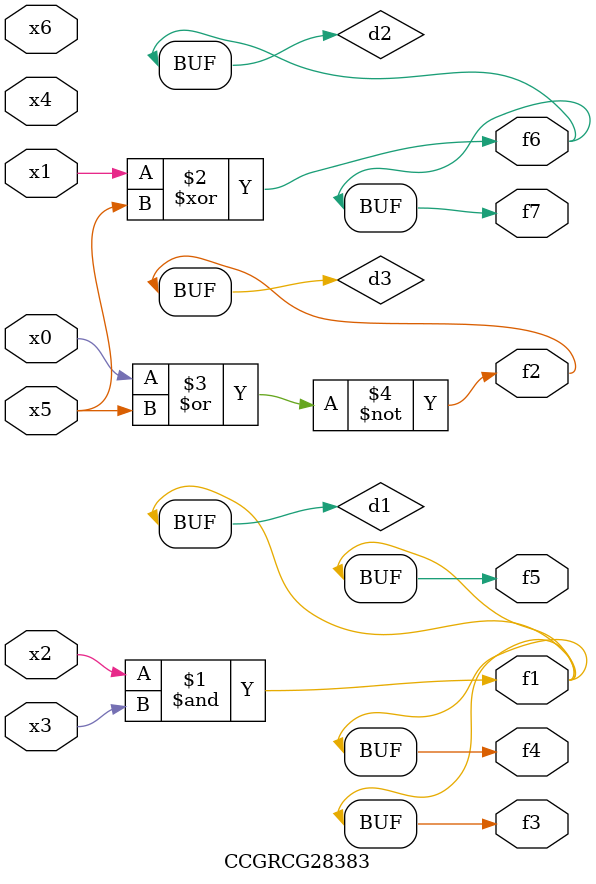
<source format=v>
module CCGRCG28383(
	input x0, x1, x2, x3, x4, x5, x6,
	output f1, f2, f3, f4, f5, f6, f7
);

	wire d1, d2, d3;

	and (d1, x2, x3);
	xor (d2, x1, x5);
	nor (d3, x0, x5);
	assign f1 = d1;
	assign f2 = d3;
	assign f3 = d1;
	assign f4 = d1;
	assign f5 = d1;
	assign f6 = d2;
	assign f7 = d2;
endmodule

</source>
